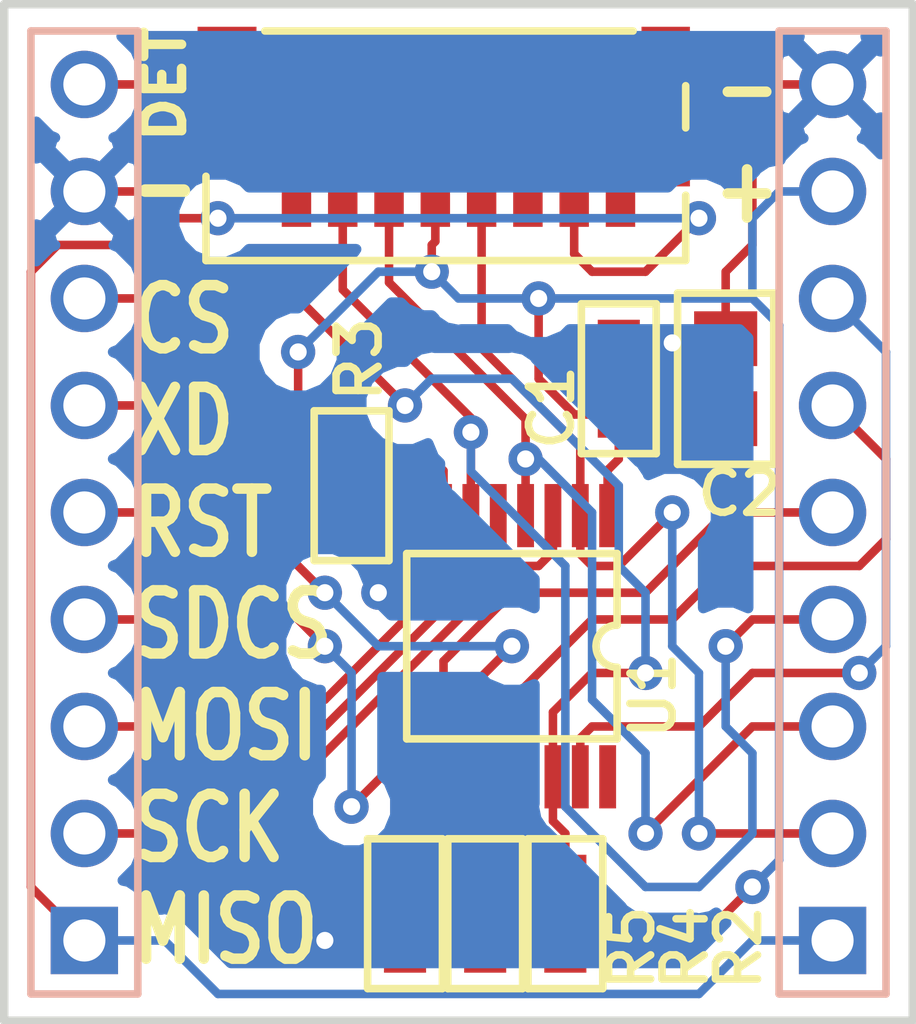
<source format=kicad_pcb>
(kicad_pcb (version 20171130) (host pcbnew 5.0.0-fee4fd1~65~ubuntu17.10.1)

  (general
    (thickness 1.6)
    (drawings 8)
    (tracks 200)
    (zones 0)
    (modules 10)
    (nets 19)
  )

  (page A4)
  (layers
    (0 F.Cu signal)
    (31 B.Cu signal)
    (32 B.Adhes user)
    (33 F.Adhes user)
    (34 B.Paste user)
    (35 F.Paste user)
    (36 B.SilkS user)
    (37 F.SilkS user)
    (38 B.Mask user)
    (39 F.Mask user)
    (40 Dwgs.User user)
    (41 Cmts.User user)
    (42 Eco1.User user)
    (43 Eco2.User user)
    (44 Edge.Cuts user)
    (45 Margin user)
    (46 B.CrtYd user)
    (47 F.CrtYd user)
    (48 B.Fab user)
    (49 F.Fab user)
  )

  (setup
    (last_trace_width 0.2032)
    (trace_clearance 0.2032)
    (zone_clearance 0.508)
    (zone_45_only no)
    (trace_min 0.2032)
    (segment_width 0.2)
    (edge_width 0.15)
    (via_size 0.8128)
    (via_drill 0.4064)
    (via_min_size 0.8128)
    (via_min_drill 0.4064)
    (uvia_size 0.8128)
    (uvia_drill 0.4064)
    (uvias_allowed no)
    (uvia_min_size 0.2)
    (uvia_min_drill 0.1)
    (pcb_text_width 0.3)
    (pcb_text_size 1.5 1.5)
    (mod_edge_width 0.15)
    (mod_text_size 1 1)
    (mod_text_width 0.15)
    (pad_size 1.524 1.524)
    (pad_drill 0.762)
    (pad_to_mask_clearance 0.2)
    (aux_axis_origin 0 0)
    (visible_elements FFFFFF7F)
    (pcbplotparams
      (layerselection 0x010fc_ffffffff)
      (usegerberextensions false)
      (usegerberattributes false)
      (usegerberadvancedattributes false)
      (creategerberjobfile false)
      (excludeedgelayer true)
      (linewidth 0.150000)
      (plotframeref false)
      (viasonmask false)
      (mode 1)
      (useauxorigin false)
      (hpglpennumber 1)
      (hpglpenspeed 20)
      (hpglpendiameter 15.000000)
      (psnegative false)
      (psa4output false)
      (plotreference true)
      (plotvalue true)
      (plotinvisibletext false)
      (padsonsilk false)
      (subtractmaskfromsilk false)
      (outputformat 1)
      (mirror false)
      (drillshape 1)
      (scaleselection 1)
      (outputdirectory ""))
  )

  (net 0 "")
  (net 1 DVDD)
  (net 2 GND)
  (net 3 /SCK)
  (net 4 /MOSI)
  (net 5 /SDCS)
  (net 6 /CRST)
  (net 7 /XDCS)
  (net 8 /CCS)
  (net 9 /MISO)
  (net 10 /SD_DET)
  (net 11 "Net-(J2-Pad8)")
  (net 12 /CSCK_3V3)
  (net 13 /CMOSI_3V3)
  (net 14 /SDCS_3V3)
  (net 15 "Net-(J2-Pad1)")
  (net 16 /CCS_3V3)
  (net 17 /XDCS_3V3)
  (net 18 /CRST_3V3)

  (net_class Default "This is the default net class."
    (clearance 0.2032)
    (trace_width 0.2032)
    (via_dia 0.8128)
    (via_drill 0.4064)
    (uvia_dia 0.8128)
    (uvia_drill 0.4064)
    (diff_pair_gap 0.2032)
    (diff_pair_width 0.2032)
    (add_net /CCS)
    (add_net /CCS_3V3)
    (add_net /CMOSI_3V3)
    (add_net /CRST)
    (add_net /CRST_3V3)
    (add_net /CSCK_3V3)
    (add_net /MISO)
    (add_net /MOSI)
    (add_net /SCK)
    (add_net /SDCS)
    (add_net /SDCS_3V3)
    (add_net /SD_DET)
    (add_net /XDCS)
    (add_net /XDCS_3V3)
    (add_net DVDD)
    (add_net GND)
    (add_net "Net-(J2-Pad1)")
    (add_net "Net-(J2-Pad8)")
  )

  (net_class Power ""
    (clearance 0.254)
    (trace_width 0.254)
    (via_dia 1.016)
    (via_drill 0.508)
    (uvia_dia 1.016)
    (uvia_drill 0.508)
    (diff_pair_gap 0.254)
    (diff_pair_width 0.254)
  )

  (module smt:C-0603 (layer F.Cu) (tedit 54F14543) (tstamp 5B98CCBC)
    (at 135.255 97.155 270)
    (descr "0603 (1608 metric)")
    (tags "smt 0603")
    (path /5C52EB14)
    (fp_text reference C1 (at 1.778 1.016 270) (layer F.SilkS)
      (effects (font (size 1 1) (thickness 0.18)) (justify left bottom))
    )
    (fp_text value 100nF (at 0 2.032 270) (layer F.SilkS) hide
      (effects (font (size 1 1) (thickness 0.18)))
    )
    (fp_line (start -1.778 0.889) (end -1.778 -0.889) (layer F.SilkS) (width 0.18))
    (fp_line (start 1.778 0.889) (end -1.778 0.889) (layer F.SilkS) (width 0.18))
    (fp_line (start 1.778 -0.889) (end 1.778 0.889) (layer F.SilkS) (width 0.18))
    (fp_line (start -1.778 -0.889) (end 1.778 -0.889) (layer F.SilkS) (width 0.18))
    (fp_line (start -1.778 0.889) (end -1.778 -0.889) (layer F.CrtYd) (width 0.05))
    (fp_line (start 1.778 0.889) (end -1.778 0.889) (layer F.CrtYd) (width 0.05))
    (fp_line (start 1.778 -0.889) (end 1.778 0.889) (layer F.CrtYd) (width 0.05))
    (fp_line (start -1.778 -0.889) (end 1.778 -0.889) (layer F.CrtYd) (width 0.05))
    (fp_line (start -0.762 0.381) (end -0.762 -0.381) (layer Dwgs.User) (width 0.05))
    (fp_line (start 0.762 0.381) (end -0.762 0.381) (layer Dwgs.User) (width 0.05))
    (fp_line (start 0.762 -0.381) (end 0.762 0.381) (layer Dwgs.User) (width 0.05))
    (fp_line (start -0.762 -0.381) (end 0.762 -0.381) (layer Dwgs.User) (width 0.05))
    (pad 2 smd rect (at 0.85 0 270) (size 1.1 1) (layers F.Cu F.Paste F.Mask)
      (net 1 DVDD))
    (pad 1 smd rect (at -0.85 0 270) (size 1.1 1) (layers F.Cu F.Paste F.Mask)
      (net 2 GND))
    (model smt.pretty/C-0603.wrl
      (at (xyz 0 0 0))
      (scale (xyz 1 1 0.8))
      (rotate (xyz 0 0 0))
    )
  )

  (module smt:C-0805 (layer F.Cu) (tedit 54F143BB) (tstamp 5B98DD02)
    (at 137.795 97.155 270)
    (descr "0805 (2012 metric)")
    (tags "smt 0805")
    (path /5B863154)
    (fp_text reference C2 (at 3.302 0.762) (layer F.SilkS)
      (effects (font (size 1 1) (thickness 0.18)) (justify left bottom))
    )
    (fp_text value 10uF (at -0.127 2.159 270) (layer F.SilkS) hide
      (effects (font (size 1 1) (thickness 0.18)))
    )
    (fp_line (start -1.016 -0.635) (end 1.016 -0.635) (layer Dwgs.User) (width 0.05))
    (fp_line (start 1.016 -0.635) (end 1.016 0.635) (layer Dwgs.User) (width 0.05))
    (fp_line (start 1.016 0.635) (end -1.016 0.635) (layer Dwgs.User) (width 0.05))
    (fp_line (start -1.016 0.635) (end -1.016 -0.635) (layer Dwgs.User) (width 0.05))
    (fp_line (start -2.032 -1.143) (end 2.032 -1.143) (layer F.CrtYd) (width 0.05))
    (fp_line (start 2.032 -1.143) (end 2.032 1.143) (layer F.CrtYd) (width 0.05))
    (fp_line (start 2.032 1.143) (end -2.032 1.143) (layer F.CrtYd) (width 0.05))
    (fp_line (start -2.032 1.143) (end -2.032 -1.143) (layer F.CrtYd) (width 0.05))
    (fp_line (start -2.032 1.143) (end 2.032 1.143) (layer F.SilkS) (width 0.18))
    (fp_line (start 2.032 1.143) (end 2.032 -1.143) (layer F.SilkS) (width 0.18))
    (fp_line (start 2.032 -1.143) (end -2.032 -1.143) (layer F.SilkS) (width 0.18))
    (fp_line (start -2.032 -1.143) (end -2.032 1.143) (layer F.SilkS) (width 0.18))
    (pad 1 smd rect (at -0.95 0 270) (size 1.3 1.5) (layers F.Cu F.Paste F.Mask)
      (net 2 GND))
    (pad 2 smd rect (at 0.95 0 270) (size 1.3 1.5) (layers F.Cu F.Paste F.Mask)
      (net 1 DVDD))
    (model smt.pretty/C-0805.wrl
      (at (xyz 0 0 0))
      (scale (xyz 1 1 0.8))
      (rotate (xyz 0 0 0))
    )
  )

  (module conn-header:HDR-M-1x09 (layer B.Cu) (tedit 5B98B673) (tstamp 5B98CCE3)
    (at 122.555 100.33 90)
    (descr "Header - 100mil pitch - Male - Single Row, Vertical, 9 pos.")
    (path /5BA294D7)
    (fp_text reference J1 (at -11.684 1.905 90) (layer B.SilkS) hide
      (effects (font (size 1 1) (thickness 0.18)) (justify left bottom mirror))
    )
    (fp_text value HEADER-1x09 (at 0 -2.667 90) (layer B.SilkS) hide
      (effects (font (size 1 1) (thickness 0.18)) (justify mirror))
    )
    (fp_line (start -11.938 1.778) (end 11.938 1.778) (layer B.CrtYd) (width 0.05))
    (fp_line (start 11.938 1.778) (end 11.938 -1.778) (layer B.CrtYd) (width 0.05))
    (fp_line (start 11.938 -1.778) (end -11.938 -1.778) (layer B.CrtYd) (width 0.05))
    (fp_line (start -11.938 -1.778) (end -11.938 1.778) (layer B.CrtYd) (width 0.05))
    (fp_line (start -11.43 1.27) (end 11.43 1.27) (layer B.SilkS) (width 0.18))
    (fp_line (start 11.43 1.27) (end 11.43 -1.27) (layer B.SilkS) (width 0.18))
    (fp_line (start 11.43 -1.27) (end -11.43 -1.27) (layer B.SilkS) (width 0.18))
    (fp_line (start -11.43 -1.27) (end -11.43 1.27) (layer B.SilkS) (width 0.18))
    (pad 1 thru_hole rect (at -10.16 0 90) (size 1.6 1.6) (drill 1) (layers *.Cu *.Mask)
      (net 9 /MISO))
    (pad 2 thru_hole circle (at -7.62 0 90) (size 1.6 1.6) (drill 1) (layers *.Cu *.Mask)
      (net 3 /SCK))
    (pad 3 thru_hole circle (at -5.08 0 90) (size 1.6 1.6) (drill 1) (layers *.Cu *.Mask)
      (net 4 /MOSI))
    (pad 4 thru_hole circle (at -2.54 0 90) (size 1.6 1.6) (drill 1) (layers *.Cu *.Mask)
      (net 5 /SDCS))
    (pad 5 thru_hole circle (at 0 0 90) (size 1.6 1.6) (drill 1) (layers *.Cu *.Mask)
      (net 6 /CRST))
    (pad 6 thru_hole circle (at 2.54 0 90) (size 1.6 1.6) (drill 1) (layers *.Cu *.Mask)
      (net 7 /XDCS))
    (pad 7 thru_hole circle (at 5.08 0 90) (size 1.6 1.6) (drill 1) (layers *.Cu *.Mask)
      (net 8 /CCS))
    (pad 8 thru_hole circle (at 7.62 0 90) (size 1.6 1.6) (drill 1) (layers *.Cu *.Mask)
      (net 2 GND))
    (pad 9 thru_hole circle (at 10.16 0 90) (size 1.6 1.6) (drill 1) (layers *.Cu *.Mask)
      (net 10 /SD_DET))
    (model conn-header.pretty/HDR-M-1x09.wrl
      (at (xyz 0 0 0))
      (scale (xyz 1 1 1))
      (rotate (xyz 0 0 0))
    )
  )

  (module conn-io:MOLEX-MICROSD-475710001 (layer F.Cu) (tedit 5B98B6AB) (tstamp 5B98D2A5)
    (at 131.445 88.9 180)
    (path /5B78F4FB)
    (solder_mask_margin 0.15)
    (fp_text reference J2 (at 0.889 -0.889 180) (layer F.SilkS) hide
      (effects (font (size 1 1) (thickness 0.15)))
    )
    (fp_text value Micro_SD (at 0 -1.5 180) (layer F.Fab)
      (effects (font (size 1 1) (thickness 0.15)))
    )
    (fp_line (start -5.4 -5.45) (end -5.4 -3.9) (layer F.SilkS) (width 0.18))
    (fp_line (start -5.4 -1.3) (end -5.4 -2.3) (layer F.SilkS) (width 0.18))
    (fp_line (start 6 -5.45) (end 6 -3.45) (layer F.SilkS) (width 0.18))
    (fp_line (start -5.4 -5.45) (end 6 -5.45) (layer F.SilkS) (width 0.18))
    (fp_line (start -4.15 0) (end 4.6 0) (layer F.SilkS) (width 0.18))
    (fp_line (start -5.9 -5.9) (end 6.5 -5.9) (layer F.CrtYd) (width 0.05))
    (fp_line (start 6.5 -5.9) (end 6.5 0.5) (layer F.CrtYd) (width 0.05))
    (fp_line (start 6.5 0.5) (end -5.9 0.5) (layer F.CrtYd) (width 0.05))
    (fp_line (start -5.9 0.5) (end -5.9 -5.9) (layer F.CrtYd) (width 0.05))
    (pad SH smd rect (at -4.925 -0.5 180) (size 1.15 1.2) (layers F.Cu F.Paste F.Mask)
      (net 2 GND))
    (pad SH smd rect (at -5 -3.09 180) (size 1 1.2) (layers F.Cu F.Paste F.Mask)
      (net 2 GND))
    (pad DT smd rect (at 5.5 -0.35 180) (size 1.4 0.9) (layers F.Cu F.Paste F.Mask)
      (net 10 /SD_DET))
    (pad DC smd rect (at 5.7 -1.5 180) (size 1 0.7) (layers F.Cu F.Paste F.Mask)
      (net 2 GND))
    (pad SH smd rect (at 5.5 -2.65 180) (size 1.4 1.2) (layers F.Cu F.Paste F.Mask)
      (net 2 GND))
    (pad 8 smd rect (at -3.85 -4.15 270) (size 1 0.7) (layers F.Cu F.Paste F.Mask)
      (net 11 "Net-(J2-Pad8)"))
    (pad 7 smd rect (at -2.75 -4.15 270) (size 1 0.7) (layers F.Cu F.Paste F.Mask)
      (net 9 /MISO))
    (pad 6 smd rect (at -1.65 -4.15 270) (size 1 0.7) (layers F.Cu F.Paste F.Mask)
      (net 2 GND))
    (pad 5 smd rect (at -0.55 -4.15 270) (size 1 0.7) (layers F.Cu F.Paste F.Mask)
      (net 12 /CSCK_3V3))
    (pad 4 smd rect (at 0.55 -4.15 270) (size 1 0.7) (layers F.Cu F.Paste F.Mask)
      (net 1 DVDD))
    (pad 3 smd rect (at 1.65 -4.15 270) (size 1 0.7) (layers F.Cu F.Paste F.Mask)
      (net 13 /CMOSI_3V3))
    (pad 2 smd rect (at 2.75 -4.15 270) (size 1 0.7) (layers F.Cu F.Paste F.Mask)
      (net 14 /SDCS_3V3))
    (pad 1 smd rect (at 3.85 -4.15 270) (size 1 0.7) (layers F.Cu F.Paste F.Mask)
      (net 15 "Net-(J2-Pad1)"))
    (model ${KISYS3DMOD}/conn-io.pretty/microsd_475710001.wrl
      (at (xyz 0 0 0))
      (scale (xyz 1 1 1))
      (rotate (xyz 0 0 0))
    )
  )

  (module conn-header:HDR-M-1x09 (layer B.Cu) (tedit 5B98B66F) (tstamp 5B98CD12)
    (at 140.335 100.33 90)
    (descr "Header - 100mil pitch - Male - Single Row, Vertical, 9 pos.")
    (path /5BA29559)
    (fp_text reference J3 (at -11.684 1.905 90) (layer B.SilkS) hide
      (effects (font (size 1 1) (thickness 0.18)) (justify left bottom mirror))
    )
    (fp_text value HEADER-1x09 (at 0 -2.667 90) (layer B.SilkS) hide
      (effects (font (size 1 1) (thickness 0.18)) (justify mirror))
    )
    (fp_line (start -11.43 -1.27) (end -11.43 1.27) (layer B.SilkS) (width 0.18))
    (fp_line (start 11.43 -1.27) (end -11.43 -1.27) (layer B.SilkS) (width 0.18))
    (fp_line (start 11.43 1.27) (end 11.43 -1.27) (layer B.SilkS) (width 0.18))
    (fp_line (start -11.43 1.27) (end 11.43 1.27) (layer B.SilkS) (width 0.18))
    (fp_line (start -11.938 -1.778) (end -11.938 1.778) (layer B.CrtYd) (width 0.05))
    (fp_line (start 11.938 -1.778) (end -11.938 -1.778) (layer B.CrtYd) (width 0.05))
    (fp_line (start 11.938 1.778) (end 11.938 -1.778) (layer B.CrtYd) (width 0.05))
    (fp_line (start -11.938 1.778) (end 11.938 1.778) (layer B.CrtYd) (width 0.05))
    (pad 9 thru_hole circle (at 10.16 0 90) (size 1.6 1.6) (drill 1) (layers *.Cu *.Mask)
      (net 2 GND))
    (pad 8 thru_hole circle (at 7.62 0 90) (size 1.6 1.6) (drill 1) (layers *.Cu *.Mask)
      (net 1 DVDD))
    (pad 7 thru_hole circle (at 5.08 0 90) (size 1.6 1.6) (drill 1) (layers *.Cu *.Mask)
      (net 16 /CCS_3V3))
    (pad 6 thru_hole circle (at 2.54 0 90) (size 1.6 1.6) (drill 1) (layers *.Cu *.Mask)
      (net 17 /XDCS_3V3))
    (pad 5 thru_hole circle (at 0 0 90) (size 1.6 1.6) (drill 1) (layers *.Cu *.Mask)
      (net 18 /CRST_3V3))
    (pad 4 thru_hole circle (at -2.54 0 90) (size 1.6 1.6) (drill 1) (layers *.Cu *.Mask)
      (net 14 /SDCS_3V3))
    (pad 3 thru_hole circle (at -5.08 0 90) (size 1.6 1.6) (drill 1) (layers *.Cu *.Mask)
      (net 13 /CMOSI_3V3))
    (pad 2 thru_hole circle (at -7.62 0 90) (size 1.6 1.6) (drill 1) (layers *.Cu *.Mask)
      (net 12 /CSCK_3V3))
    (pad 1 thru_hole rect (at -10.16 0 90) (size 1.6 1.6) (drill 1) (layers *.Cu *.Mask)
      (net 9 /MISO))
    (model conn-header.pretty/HDR-M-1x09.wrl
      (at (xyz 0 0 0))
      (scale (xyz 1 1 1))
      (rotate (xyz 0 0 0))
    )
  )

  (module smt:R-0603 (layer F.Cu) (tedit 54F147CB) (tstamp 5B98CD36)
    (at 133.985 109.855 90)
    (descr "0603 (1608 metric)")
    (tags "smt 0603")
    (path /5B93F15F)
    (fp_text reference R2 (at -1.905 4.699 90) (layer F.SilkS)
      (effects (font (size 1 1) (thickness 0.18)) (justify left bottom))
    )
    (fp_text value 100k (at 0 2.032 90) (layer F.SilkS) hide
      (effects (font (size 1 1) (thickness 0.18)))
    )
    (fp_line (start -0.762 -0.381) (end 0.762 -0.381) (layer Dwgs.User) (width 0.05))
    (fp_line (start 0.762 -0.381) (end 0.762 0.381) (layer Dwgs.User) (width 0.05))
    (fp_line (start 0.762 0.381) (end -0.762 0.381) (layer Dwgs.User) (width 0.05))
    (fp_line (start -0.762 0.381) (end -0.762 -0.381) (layer Dwgs.User) (width 0.05))
    (fp_line (start -1.778 -0.889) (end 1.778 -0.889) (layer F.CrtYd) (width 0.05))
    (fp_line (start 1.778 -0.889) (end 1.778 0.889) (layer F.CrtYd) (width 0.05))
    (fp_line (start 1.778 0.889) (end -1.778 0.889) (layer F.CrtYd) (width 0.05))
    (fp_line (start -1.778 0.889) (end -1.778 -0.889) (layer F.CrtYd) (width 0.05))
    (fp_line (start -1.778 -0.889) (end 1.778 -0.889) (layer F.SilkS) (width 0.18))
    (fp_line (start 1.778 -0.889) (end 1.778 0.889) (layer F.SilkS) (width 0.18))
    (fp_line (start 1.778 0.889) (end -1.778 0.889) (layer F.SilkS) (width 0.18))
    (fp_line (start -1.778 0.889) (end -1.778 -0.889) (layer F.SilkS) (width 0.18))
    (pad 1 smd rect (at -0.85 0 90) (size 1.1 1) (layers F.Cu F.Paste F.Mask)
      (net 1 DVDD))
    (pad 2 smd rect (at 0.85 0 90) (size 1.1 1) (layers F.Cu F.Paste F.Mask)
      (net 8 /CCS))
    (model smt.pretty/R-0603.wrl
      (at (xyz 0 0 0))
      (scale (xyz 1 1 1))
      (rotate (xyz 0 0 0))
    )
  )

  (module smt:R-0603 (layer F.Cu) (tedit 54F147CB) (tstamp 5B98CD48)
    (at 128.905 99.695 90)
    (descr "0603 (1608 metric)")
    (tags "smt 0603")
    (path /5B93F140)
    (fp_text reference R3 (at 1.905 0.762 270) (layer F.SilkS)
      (effects (font (size 1 1) (thickness 0.18)) (justify left bottom))
    )
    (fp_text value 100k (at 0 2.032 90) (layer F.SilkS) hide
      (effects (font (size 1 1) (thickness 0.18)))
    )
    (fp_line (start -0.762 -0.381) (end 0.762 -0.381) (layer Dwgs.User) (width 0.05))
    (fp_line (start 0.762 -0.381) (end 0.762 0.381) (layer Dwgs.User) (width 0.05))
    (fp_line (start 0.762 0.381) (end -0.762 0.381) (layer Dwgs.User) (width 0.05))
    (fp_line (start -0.762 0.381) (end -0.762 -0.381) (layer Dwgs.User) (width 0.05))
    (fp_line (start -1.778 -0.889) (end 1.778 -0.889) (layer F.CrtYd) (width 0.05))
    (fp_line (start 1.778 -0.889) (end 1.778 0.889) (layer F.CrtYd) (width 0.05))
    (fp_line (start 1.778 0.889) (end -1.778 0.889) (layer F.CrtYd) (width 0.05))
    (fp_line (start -1.778 0.889) (end -1.778 -0.889) (layer F.CrtYd) (width 0.05))
    (fp_line (start -1.778 -0.889) (end 1.778 -0.889) (layer F.SilkS) (width 0.18))
    (fp_line (start 1.778 -0.889) (end 1.778 0.889) (layer F.SilkS) (width 0.18))
    (fp_line (start 1.778 0.889) (end -1.778 0.889) (layer F.SilkS) (width 0.18))
    (fp_line (start -1.778 0.889) (end -1.778 -0.889) (layer F.SilkS) (width 0.18))
    (pad 1 smd rect (at -0.85 0 90) (size 1.1 1) (layers F.Cu F.Paste F.Mask)
      (net 1 DVDD))
    (pad 2 smd rect (at 0.85 0 90) (size 1.1 1) (layers F.Cu F.Paste F.Mask)
      (net 5 /SDCS))
    (model smt.pretty/R-0603.wrl
      (at (xyz 0 0 0))
      (scale (xyz 1 1 1))
      (rotate (xyz 0 0 0))
    )
  )

  (module smt:R-0603 (layer F.Cu) (tedit 54F147CB) (tstamp 5B98E894)
    (at 132.08 109.855 90)
    (descr "0603 (1608 metric)")
    (tags "smt 0603")
    (path /5B93F151)
    (fp_text reference R4 (at -1.905 5.334 90) (layer F.SilkS)
      (effects (font (size 1 1) (thickness 0.18)) (justify left bottom))
    )
    (fp_text value 100k (at 0 2.032 90) (layer F.SilkS) hide
      (effects (font (size 1 1) (thickness 0.18)))
    )
    (fp_line (start -1.778 0.889) (end -1.778 -0.889) (layer F.SilkS) (width 0.18))
    (fp_line (start 1.778 0.889) (end -1.778 0.889) (layer F.SilkS) (width 0.18))
    (fp_line (start 1.778 -0.889) (end 1.778 0.889) (layer F.SilkS) (width 0.18))
    (fp_line (start -1.778 -0.889) (end 1.778 -0.889) (layer F.SilkS) (width 0.18))
    (fp_line (start -1.778 0.889) (end -1.778 -0.889) (layer F.CrtYd) (width 0.05))
    (fp_line (start 1.778 0.889) (end -1.778 0.889) (layer F.CrtYd) (width 0.05))
    (fp_line (start 1.778 -0.889) (end 1.778 0.889) (layer F.CrtYd) (width 0.05))
    (fp_line (start -1.778 -0.889) (end 1.778 -0.889) (layer F.CrtYd) (width 0.05))
    (fp_line (start -0.762 0.381) (end -0.762 -0.381) (layer Dwgs.User) (width 0.05))
    (fp_line (start 0.762 0.381) (end -0.762 0.381) (layer Dwgs.User) (width 0.05))
    (fp_line (start 0.762 -0.381) (end 0.762 0.381) (layer Dwgs.User) (width 0.05))
    (fp_line (start -0.762 -0.381) (end 0.762 -0.381) (layer Dwgs.User) (width 0.05))
    (pad 2 smd rect (at 0.85 0 90) (size 1.1 1) (layers F.Cu F.Paste F.Mask)
      (net 7 /XDCS))
    (pad 1 smd rect (at -0.85 0 90) (size 1.1 1) (layers F.Cu F.Paste F.Mask)
      (net 1 DVDD))
    (model smt.pretty/R-0603.wrl
      (at (xyz 0 0 0))
      (scale (xyz 1 1 1))
      (rotate (xyz 0 0 0))
    )
  )

  (module smt:R-0603 (layer F.Cu) (tedit 54F147CB) (tstamp 5B98CD6C)
    (at 130.175 109.855 90)
    (descr "0603 (1608 metric)")
    (tags "smt 0603")
    (path /5B94C048)
    (fp_text reference R5 (at -1.905 5.969 90) (layer F.SilkS)
      (effects (font (size 1 1) (thickness 0.18)) (justify left bottom))
    )
    (fp_text value 100k (at 0 2.032 90) (layer F.SilkS) hide
      (effects (font (size 1 1) (thickness 0.18)))
    )
    (fp_line (start -1.778 0.889) (end -1.778 -0.889) (layer F.SilkS) (width 0.18))
    (fp_line (start 1.778 0.889) (end -1.778 0.889) (layer F.SilkS) (width 0.18))
    (fp_line (start 1.778 -0.889) (end 1.778 0.889) (layer F.SilkS) (width 0.18))
    (fp_line (start -1.778 -0.889) (end 1.778 -0.889) (layer F.SilkS) (width 0.18))
    (fp_line (start -1.778 0.889) (end -1.778 -0.889) (layer F.CrtYd) (width 0.05))
    (fp_line (start 1.778 0.889) (end -1.778 0.889) (layer F.CrtYd) (width 0.05))
    (fp_line (start 1.778 -0.889) (end 1.778 0.889) (layer F.CrtYd) (width 0.05))
    (fp_line (start -1.778 -0.889) (end 1.778 -0.889) (layer F.CrtYd) (width 0.05))
    (fp_line (start -0.762 0.381) (end -0.762 -0.381) (layer Dwgs.User) (width 0.05))
    (fp_line (start 0.762 0.381) (end -0.762 0.381) (layer Dwgs.User) (width 0.05))
    (fp_line (start 0.762 -0.381) (end 0.762 0.381) (layer Dwgs.User) (width 0.05))
    (fp_line (start -0.762 -0.381) (end 0.762 -0.381) (layer Dwgs.User) (width 0.05))
    (pad 2 smd rect (at 0.85 0 90) (size 1.1 1) (layers F.Cu F.Paste F.Mask)
      (net 6 /CRST))
    (pad 1 smd rect (at -0.85 0 90) (size 1.1 1) (layers F.Cu F.Paste F.Mask)
      (net 2 GND))
    (model smt.pretty/R-0603.wrl
      (at (xyz 0 0 0))
      (scale (xyz 1 1 1))
      (rotate (xyz 0 0 0))
    )
  )

  (module smt-sop:TSSOP16 (layer F.Cu) (tedit 5B89BC64) (tstamp 5B98CD8B)
    (at 132.715 103.505 180)
    (descr "TSSOP - 16 Pins (JEDEC MO-153)")
    (tags TSSOP)
    (path /5B7F3066)
    (clearance 0.254)
    (fp_text reference U1 (at -3.937 -2.286 270) (layer F.SilkS)
      (effects (font (size 1 1) (thickness 0.18)) (justify left bottom))
    )
    (fp_text value 74HC4050DB (at 3.7 0 270) (layer F.SilkS) hide
      (effects (font (size 1 1) (thickness 0.18)))
    )
    (fp_line (start -2.8 -4.2) (end 2.8 -4.2) (layer F.CrtYd) (width 0.05))
    (fp_line (start 2.8 -4.2) (end 2.8 4.2) (layer F.CrtYd) (width 0.05))
    (fp_line (start 2.8 4.2) (end -2.8 4.2) (layer F.CrtYd) (width 0.05))
    (fp_line (start -2.8 4.2) (end -2.8 -4.2) (layer F.CrtYd) (width 0.05))
    (fp_line (start -2.5 0.5) (end -2.5 2.2) (layer F.SilkS) (width 0.18))
    (fp_line (start -2.5 -0.5) (end -2.5 -2.2) (layer F.SilkS) (width 0.18))
    (fp_arc (start -2.5 0) (end -2 0) (angle 90) (layer F.SilkS) (width 0.18))
    (fp_arc (start -2.5 0) (end -2.5 -0.5) (angle 90) (layer F.SilkS) (width 0.18))
    (fp_line (start -2.5 -2.2) (end 2.5 -2.2) (layer F.SilkS) (width 0.18))
    (fp_line (start 2.5 -2.2) (end 2.5 2.2) (layer F.SilkS) (width 0.18))
    (fp_line (start 2.5 2.2) (end -2.5 2.2) (layer F.SilkS) (width 0.18))
    (pad 16 smd rect (at -2.275 -3.1 180) (size 0.4 1.5) (layers F.Cu F.Paste F.Mask)
      (solder_mask_margin 0.08) (clearance 0.25))
    (pad 15 smd rect (at -1.625 -3.1 180) (size 0.4 1.5) (layers F.Cu F.Paste F.Mask)
      (net 16 /CCS_3V3) (solder_mask_margin 0.08) (clearance 0.25))
    (pad 14 smd rect (at -0.975 -3.1 180) (size 0.4 1.5) (layers F.Cu F.Paste F.Mask)
      (net 8 /CCS) (solder_mask_margin 0.08) (clearance 0.25))
    (pad 13 smd rect (at -0.325 -3.1 180) (size 0.4 1.5) (layers F.Cu F.Paste F.Mask)
      (solder_mask_margin 0.08) (clearance 0.25))
    (pad 12 smd rect (at 0.325 -3.1 180) (size 0.4 1.5) (layers F.Cu F.Paste F.Mask)
      (net 17 /XDCS_3V3) (solder_mask_margin 0.08) (clearance 0.25))
    (pad 11 smd rect (at 0.975 -3.1 180) (size 0.4 1.5) (layers F.Cu F.Paste F.Mask)
      (net 7 /XDCS) (solder_mask_margin 0.08) (clearance 0.25))
    (pad 10 smd rect (at 1.625 -3.1 180) (size 0.4 1.5) (layers F.Cu F.Paste F.Mask)
      (net 18 /CRST_3V3) (solder_mask_margin 0.08) (clearance 0.25))
    (pad 9 smd rect (at 2.275 -3.1 180) (size 0.4 1.5) (layers F.Cu F.Paste F.Mask)
      (net 6 /CRST) (solder_mask_margin 0.08) (clearance 0.25))
    (pad 1 smd rect (at -2.275 3.1 180) (size 0.4 1.5) (layers F.Cu F.Paste F.Mask)
      (net 1 DVDD) (solder_mask_margin 0.08) (clearance 0.25))
    (pad 2 smd rect (at -1.625 3.1 180) (size 0.4 1.5) (layers F.Cu F.Paste F.Mask)
      (net 12 /CSCK_3V3) (solder_mask_margin 0.08) (clearance 0.25))
    (pad 3 smd rect (at -0.975 3.1 180) (size 0.4 1.5) (layers F.Cu F.Paste F.Mask)
      (net 3 /SCK) (solder_mask_margin 0.08) (clearance 0.25))
    (pad 4 smd rect (at -0.325 3.1 180) (size 0.4 1.5) (layers F.Cu F.Paste F.Mask)
      (net 13 /CMOSI_3V3) (solder_mask_margin 0.08) (clearance 0.25))
    (pad 5 smd rect (at 0.325 3.1 180) (size 0.4 1.5) (layers F.Cu F.Paste F.Mask)
      (net 4 /MOSI) (solder_mask_margin 0.08) (clearance 0.25))
    (pad 6 smd rect (at 0.975 3.1 180) (size 0.4 1.5) (layers F.Cu F.Paste F.Mask)
      (net 14 /SDCS_3V3) (solder_mask_margin 0.08) (clearance 0.25))
    (pad 7 smd rect (at 1.625 3.1 180) (size 0.4 1.5) (layers F.Cu F.Paste F.Mask)
      (net 5 /SDCS) (solder_mask_margin 0.08) (clearance 0.25))
    (pad 8 smd rect (at 2.275 3.1 180) (size 0.4 1.5) (layers F.Cu F.Paste F.Mask)
      (net 2 GND) (solder_mask_margin 0.08) (clearance 0.25))
    (model ${KISYS3DMOD}/smt-sop.pretty/TSSOP16.wrl
      (at (xyz 0 0 0))
      (scale (xyz 1 1 1))
      (rotate (xyz 0 0 -90))
    )
  )

  (gr_text DET (at 124.46 90.17 90) (layer F.SilkS)
    (effects (font (size 0.9 1) (thickness 0.225)))
  )
  (gr_text - (at 124.46 92.583) (layer F.SilkS)
    (effects (font (size 1.5 1.2) (thickness 0.3)))
  )
  (gr_text "-\n+" (at 138.303 91.44) (layer F.SilkS)
    (effects (font (size 1.5 1.2) (thickness 0.25)))
  )
  (gr_text "CS\nXD\nRST\nSDCS\nMOSI\nSCK\nMISO" (at 123.571 102.997) (layer F.SilkS)
    (effects (font (size 1.5 1.2) (thickness 0.25)) (justify left))
  )
  (gr_line (start 120.65 112.395) (end 120.65 88.265) (layer Edge.Cuts) (width 0.2))
  (gr_line (start 142.24 112.395) (end 120.65 112.395) (layer Edge.Cuts) (width 0.2))
  (gr_line (start 142.24 88.265) (end 142.24 112.395) (layer Edge.Cuts) (width 0.2))
  (gr_line (start 120.65 88.265) (end 142.24 88.265) (layer Edge.Cuts) (width 0.2))

  (segment (start 132.08 110.705) (end 133.985 110.705) (width 0.2032) (layer F.Cu) (net 1))
  (via (at 130.81 94.615) (size 0.8128) (drill 0.4064) (layers F.Cu B.Cu) (net 1))
  (segment (start 135.355 98.105) (end 135.255 98.005) (width 0.2032) (layer F.Cu) (net 1))
  (segment (start 137.795 98.105) (end 135.355 98.105) (width 0.2032) (layer F.Cu) (net 1))
  (segment (start 129.54 94.615) (end 130.81 94.615) (width 0.2032) (layer B.Cu) (net 1))
  (segment (start 127.635 96.52) (end 129.54 94.615) (width 0.2032) (layer B.Cu) (net 1))
  (segment (start 134.99 100.405) (end 134.99 99.325) (width 0.2032) (layer F.Cu) (net 1))
  (segment (start 135.255 99.06) (end 135.255 98.005) (width 0.2032) (layer F.Cu) (net 1))
  (segment (start 134.99 99.325) (end 135.255 99.06) (width 0.2032) (layer F.Cu) (net 1))
  (segment (start 128.905 100.545) (end 128.485 100.545) (width 0.2032) (layer F.Cu) (net 1))
  (via (at 127.635 96.52) (size 0.8128) (drill 0.4064) (layers F.Cu B.Cu) (net 1))
  (segment (start 128.485 100.545) (end 127.635 99.695) (width 0.2032) (layer F.Cu) (net 1))
  (segment (start 127.635 99.695) (end 127.635 96.52) (width 0.2032) (layer F.Cu) (net 1))
  (via (at 138.43 109.22) (size 0.8128) (drill 0.4064) (layers F.Cu B.Cu) (net 1))
  (segment (start 136.945 110.705) (end 133.985 110.705) (width 0.2032) (layer F.Cu) (net 1))
  (segment (start 138.43 109.22) (end 136.945 110.705) (width 0.2032) (layer F.Cu) (net 1))
  (segment (start 139.065 92.71) (end 140.335 92.71) (width 0.2032) (layer B.Cu) (net 1))
  (segment (start 138.43 93.345) (end 139.065 92.71) (width 0.2032) (layer B.Cu) (net 1))
  (segment (start 130.81 93.98) (end 130.81 94.615) (width 0.2032) (layer F.Cu) (net 1))
  (segment (start 130.895 93.895) (end 130.81 93.98) (width 0.2032) (layer F.Cu) (net 1))
  (segment (start 130.895 93.05) (end 130.895 93.895) (width 0.2032) (layer F.Cu) (net 1))
  (segment (start 134.2 98.005) (end 135.255 98.005) (width 0.2032) (layer F.Cu) (net 1))
  (segment (start 133.35 97.155) (end 134.2 98.005) (width 0.2032) (layer F.Cu) (net 1))
  (via (at 133.35 95.25) (size 0.8128) (drill 0.4064) (layers F.Cu B.Cu) (net 1))
  (segment (start 133.35 95.25) (end 133.35 97.155) (width 0.2032) (layer F.Cu) (net 1))
  (segment (start 133.35 95.25) (end 131.445 95.25) (width 0.2032) (layer B.Cu) (net 1))
  (segment (start 130.81 94.615) (end 131.445 95.25) (width 0.2032) (layer B.Cu) (net 1))
  (segment (start 133.35 95.25) (end 138.43 95.25) (width 0.2032) (layer B.Cu) (net 1))
  (segment (start 138.43 95.25) (end 138.43 93.345) (width 0.2032) (layer B.Cu) (net 1))
  (segment (start 138.43 109.22) (end 139.065 108.585) (width 0.2032) (layer B.Cu) (net 1))
  (segment (start 139.065 95.885) (end 138.43 95.25) (width 0.2032) (layer B.Cu) (net 1))
  (segment (start 139.065 108.585) (end 139.065 95.885) (width 0.2032) (layer B.Cu) (net 1))
  (via (at 129.54 102.235) (size 0.8128) (drill 0.4064) (layers F.Cu B.Cu) (net 2))
  (segment (start 130.44 101.97) (end 130.44 100.405) (width 0.2032) (layer F.Cu) (net 2))
  (segment (start 129.54 102.235) (end 130.175 102.235) (width 0.2032) (layer F.Cu) (net 2))
  (segment (start 130.175 102.235) (end 130.44 101.97) (width 0.2032) (layer F.Cu) (net 2))
  (segment (start 136.445 89.475) (end 136.37 89.4) (width 0.2032) (layer F.Cu) (net 2))
  (segment (start 136.445 91.99) (end 136.445 89.475) (width 0.2032) (layer F.Cu) (net 2))
  (segment (start 138.43 90.17) (end 140.335 90.17) (width 0.2032) (layer F.Cu) (net 2))
  (segment (start 136.37 89.4) (end 137.66 89.4) (width 0.2032) (layer F.Cu) (net 2))
  (segment (start 137.66 89.4) (end 138.43 90.17) (width 0.2032) (layer F.Cu) (net 2))
  (segment (start 130.175 110.705) (end 129.12 110.705) (width 0.2032) (layer F.Cu) (net 2))
  (via (at 128.27 110.49) (size 0.8128) (drill 0.4064) (layers F.Cu B.Cu) (net 2))
  (segment (start 129.12 110.705) (end 128.905 110.49) (width 0.2032) (layer F.Cu) (net 2))
  (segment (start 128.905 110.49) (end 128.27 110.49) (width 0.2032) (layer F.Cu) (net 2))
  (segment (start 125.745 91.35) (end 125.945 91.55) (width 0.2032) (layer F.Cu) (net 2))
  (segment (start 125.745 90.4) (end 125.745 91.35) (width 0.2032) (layer F.Cu) (net 2))
  (segment (start 124.985 91.55) (end 125.945 91.55) (width 0.2032) (layer F.Cu) (net 2))
  (segment (start 122.555 92.71) (end 123.825 92.71) (width 0.2032) (layer F.Cu) (net 2))
  (segment (start 123.825 92.71) (end 124.985 91.55) (width 0.2032) (layer F.Cu) (net 2))
  (segment (start 133.095 93.05) (end 133.095 92.33) (width 0.2032) (layer F.Cu) (net 2))
  (segment (start 133.435 91.99) (end 136.445 91.99) (width 0.2032) (layer F.Cu) (net 2))
  (segment (start 133.095 92.33) (end 133.435 91.99) (width 0.2032) (layer F.Cu) (net 2))
  (segment (start 137.695 96.305) (end 137.795 96.205) (width 0.2032) (layer F.Cu) (net 2))
  (segment (start 138.43 93.98) (end 138.43 90.17) (width 0.2032) (layer F.Cu) (net 2))
  (segment (start 137.795 96.205) (end 137.795 94.615) (width 0.2032) (layer F.Cu) (net 2))
  (segment (start 137.795 94.615) (end 138.43 93.98) (width 0.2032) (layer F.Cu) (net 2))
  (segment (start 136.525 96.305) (end 137.695 96.305) (width 0.2032) (layer F.Cu) (net 2))
  (via (at 136.525 96.305) (size 0.8128) (drill 0.4064) (layers F.Cu B.Cu) (net 2))
  (segment (start 135.255 96.305) (end 136.525 96.305) (width 0.2032) (layer F.Cu) (net 2))
  (segment (start 133.69 101.26) (end 133.69 100.405) (width 0.2032) (layer F.Cu) (net 3))
  (segment (start 133.35 101.6) (end 133.69 101.26) (width 0.2032) (layer F.Cu) (net 3))
  (segment (start 132.715 101.6) (end 133.35 101.6) (width 0.2032) (layer F.Cu) (net 3))
  (segment (start 122.555 107.95) (end 126.365 107.95) (width 0.2032) (layer F.Cu) (net 3))
  (segment (start 126.365 107.95) (end 132.715 101.6) (width 0.2032) (layer F.Cu) (net 3))
  (segment (start 132.39 101.29) (end 132.39 100.405) (width 0.2032) (layer F.Cu) (net 4))
  (segment (start 122.555 105.41) (end 128.27 105.41) (width 0.2032) (layer F.Cu) (net 4))
  (segment (start 128.27 105.41) (end 132.39 101.29) (width 0.2032) (layer F.Cu) (net 4))
  (segment (start 131.09 100.405) (end 131.09 99.34) (width 0.2032) (layer F.Cu) (net 5))
  (segment (start 130.595 98.845) (end 128.905 98.845) (width 0.2032) (layer F.Cu) (net 5))
  (segment (start 131.09 99.34) (end 130.595 98.845) (width 0.2032) (layer F.Cu) (net 5))
  (segment (start 128.27 104.775) (end 131.09 101.955) (width 0.2032) (layer F.Cu) (net 5))
  (segment (start 126.365 104.775) (end 128.27 104.775) (width 0.2032) (layer F.Cu) (net 5))
  (segment (start 131.09 101.955) (end 131.09 100.405) (width 0.2032) (layer F.Cu) (net 5))
  (segment (start 122.555 102.87) (end 124.46 102.87) (width 0.2032) (layer F.Cu) (net 5))
  (segment (start 124.46 102.87) (end 126.365 104.775) (width 0.2032) (layer F.Cu) (net 5))
  (segment (start 130.44 106.605) (end 130.44 107.685) (width 0.2032) (layer F.Cu) (net 6))
  (segment (start 130.175 107.95) (end 130.175 109.005) (width 0.2032) (layer F.Cu) (net 6))
  (segment (start 130.44 107.685) (end 130.175 107.95) (width 0.2032) (layer F.Cu) (net 6))
  (via (at 128.905 107.315) (size 0.8128) (drill 0.4064) (layers F.Cu B.Cu) (net 6))
  (segment (start 129.615 106.605) (end 130.44 106.605) (width 0.2032) (layer F.Cu) (net 6))
  (segment (start 128.905 107.315) (end 129.615 106.605) (width 0.2032) (layer F.Cu) (net 6))
  (segment (start 128.905 104.14) (end 128.905 107.315) (width 0.2032) (layer B.Cu) (net 6))
  (segment (start 128.27 103.505) (end 128.905 104.14) (width 0.2032) (layer B.Cu) (net 6))
  (segment (start 125.095 100.33) (end 122.555 100.33) (width 0.2032) (layer F.Cu) (net 6))
  (via (at 128.27 103.505) (size 0.8128) (drill 0.4064) (layers F.Cu B.Cu) (net 6))
  (segment (start 128.27 103.505) (end 125.095 100.33) (width 0.2032) (layer F.Cu) (net 6))
  (segment (start 131.74 106.605) (end 131.74 107.61) (width 0.2032) (layer F.Cu) (net 7))
  (segment (start 132.08 107.95) (end 132.08 109.005) (width 0.2032) (layer F.Cu) (net 7))
  (segment (start 131.74 107.61) (end 132.08 107.95) (width 0.2032) (layer F.Cu) (net 7))
  (via (at 128.27 102.235) (size 0.8128) (drill 0.4064) (layers F.Cu B.Cu) (net 7))
  (segment (start 122.555 97.79) (end 123.825 97.79) (width 0.2032) (layer F.Cu) (net 7))
  (segment (start 123.825 97.79) (end 128.27 102.235) (width 0.2032) (layer F.Cu) (net 7))
  (segment (start 129.54 103.505) (end 128.27 102.235) (width 0.2032) (layer B.Cu) (net 7))
  (via (at 132.715 103.505) (size 0.8128) (drill 0.4064) (layers F.Cu B.Cu) (net 7))
  (segment (start 132.715 103.505) (end 129.54 103.505) (width 0.2032) (layer B.Cu) (net 7))
  (segment (start 131.74 104.48) (end 131.74 106.605) (width 0.2032) (layer F.Cu) (net 7))
  (segment (start 132.715 103.505) (end 131.74 104.48) (width 0.2032) (layer F.Cu) (net 7))
  (segment (start 133.69 106.605) (end 133.69 107.655) (width 0.2032) (layer F.Cu) (net 8))
  (segment (start 133.985 107.95) (end 133.985 109.005) (width 0.2032) (layer F.Cu) (net 8))
  (segment (start 133.69 107.655) (end 133.985 107.95) (width 0.2032) (layer F.Cu) (net 8))
  (segment (start 130.175 97.79) (end 127.635 95.25) (width 0.2032) (layer F.Cu) (net 8))
  (via (at 130.175 97.79) (size 0.8128) (drill 0.4064) (layers F.Cu B.Cu) (net 8))
  (segment (start 127.635 95.25) (end 122.555 95.25) (width 0.2032) (layer F.Cu) (net 8))
  (segment (start 135.89 104.14) (end 134.62 104.14) (width 0.2032) (layer F.Cu) (net 8))
  (segment (start 134.62 104.14) (end 133.69 105.07) (width 0.2032) (layer F.Cu) (net 8))
  (segment (start 133.69 105.07) (end 133.69 106.605) (width 0.2032) (layer F.Cu) (net 8))
  (via (at 135.89 104.14) (size 0.8128) (drill 0.4064) (layers F.Cu B.Cu) (net 8))
  (segment (start 130.81 97.155) (end 130.175 97.79) (width 0.2032) (layer B.Cu) (net 8))
  (segment (start 132.715 97.155) (end 130.81 97.155) (width 0.2032) (layer B.Cu) (net 8))
  (segment (start 135.89 104.14) (end 135.89 102.235) (width 0.2032) (layer B.Cu) (net 8))
  (segment (start 135.255 99.695) (end 132.715 97.155) (width 0.2032) (layer B.Cu) (net 8))
  (segment (start 135.255 101.6) (end 135.255 99.695) (width 0.2032) (layer B.Cu) (net 8))
  (segment (start 135.89 102.235) (end 135.255 101.6) (width 0.2032) (layer B.Cu) (net 8))
  (via (at 125.73 93.345) (size 0.8128) (drill 0.4064) (layers F.Cu B.Cu) (net 9))
  (segment (start 125.73 93.345) (end 124.46 93.345) (width 0.2032) (layer F.Cu) (net 9))
  (segment (start 124.46 93.345) (end 123.825 93.98) (width 0.2032) (layer F.Cu) (net 9))
  (segment (start 123.825 93.98) (end 121.92 93.98) (width 0.2032) (layer F.Cu) (net 9))
  (segment (start 121.92 93.98) (end 121.285 94.615) (width 0.2032) (layer F.Cu) (net 9))
  (segment (start 121.285 109.22) (end 122.555 110.49) (width 0.2032) (layer F.Cu) (net 9))
  (segment (start 121.285 94.615) (end 121.285 109.22) (width 0.2032) (layer F.Cu) (net 9))
  (segment (start 138.43 110.49) (end 140.335 110.49) (width 0.2032) (layer B.Cu) (net 9))
  (segment (start 122.555 110.49) (end 124.46 110.49) (width 0.2032) (layer B.Cu) (net 9))
  (segment (start 137.16 111.76) (end 138.43 110.49) (width 0.2032) (layer B.Cu) (net 9))
  (segment (start 125.73 111.76) (end 137.16 111.76) (width 0.2032) (layer B.Cu) (net 9))
  (segment (start 124.46 110.49) (end 125.73 111.76) (width 0.2032) (layer B.Cu) (net 9))
  (segment (start 134.195 94.19) (end 134.195 93.05) (width 0.2032) (layer F.Cu) (net 9))
  (segment (start 134.62 94.615) (end 134.195 94.19) (width 0.2032) (layer F.Cu) (net 9))
  (via (at 137.16 93.345) (size 0.8128) (drill 0.4064) (layers F.Cu B.Cu) (net 9))
  (segment (start 137.16 93.345) (end 125.73 93.345) (width 0.2032) (layer B.Cu) (net 9))
  (segment (start 135.89 94.615) (end 134.62 94.615) (width 0.2032) (layer F.Cu) (net 9))
  (segment (start 137.16 93.345) (end 135.89 94.615) (width 0.2032) (layer F.Cu) (net 9))
  (segment (start 124.745 89.25) (end 125.945 89.25) (width 0.2032) (layer F.Cu) (net 10))
  (segment (start 122.555 90.17) (end 123.825 90.17) (width 0.2032) (layer F.Cu) (net 10))
  (segment (start 123.825 90.17) (end 124.745 89.25) (width 0.2032) (layer F.Cu) (net 10))
  (segment (start 134.34 100.405) (end 134.34 98.78) (width 0.2032) (layer F.Cu) (net 12))
  (segment (start 131.995 96.435) (end 131.995 93.05) (width 0.2032) (layer F.Cu) (net 12))
  (segment (start 134.34 98.78) (end 131.995 96.435) (width 0.2032) (layer F.Cu) (net 12))
  (segment (start 134.34 100.405) (end 134.34 101.32) (width 0.2032) (layer F.Cu) (net 12))
  (segment (start 134.34 101.32) (end 134.62 101.6) (width 0.2032) (layer F.Cu) (net 12))
  (segment (start 134.62 101.6) (end 135.255 101.6) (width 0.2032) (layer F.Cu) (net 12))
  (segment (start 135.255 101.6) (end 136.525 100.33) (width 0.2032) (layer F.Cu) (net 12))
  (via (at 136.525 100.33) (size 0.8128) (drill 0.4064) (layers F.Cu B.Cu) (net 12))
  (via (at 137.16 107.95) (size 0.8128) (drill 0.4064) (layers F.Cu B.Cu) (net 12))
  (segment (start 140.335 107.95) (end 137.16 107.95) (width 0.2032) (layer F.Cu) (net 12))
  (segment (start 136.525 103.505) (end 136.525 100.33) (width 0.2032) (layer B.Cu) (net 12))
  (segment (start 137.16 107.95) (end 137.16 104.14) (width 0.2032) (layer B.Cu) (net 12))
  (segment (start 137.16 104.14) (end 136.525 103.505) (width 0.2032) (layer B.Cu) (net 12))
  (segment (start 129.795 94.87) (end 129.795 93.05) (width 0.2032) (layer F.Cu) (net 13))
  (segment (start 133.04 98.115) (end 129.795 94.87) (width 0.2032) (layer F.Cu) (net 13))
  (via (at 133.04 99.06) (size 0.8128) (drill 0.4064) (layers F.Cu B.Cu) (net 13))
  (segment (start 133.04 100.405) (end 133.04 99.06) (width 0.2032) (layer F.Cu) (net 13))
  (segment (start 133.04 99.06) (end 133.04 98.115) (width 0.2032) (layer F.Cu) (net 13))
  (segment (start 138.43 105.41) (end 140.335 105.41) (width 0.2032) (layer F.Cu) (net 13))
  (via (at 135.89 107.95) (size 0.8128) (drill 0.4064) (layers F.Cu B.Cu) (net 13))
  (segment (start 135.89 107.95) (end 138.43 105.41) (width 0.2032) (layer F.Cu) (net 13))
  (segment (start 133.35 99.06) (end 133.04 99.06) (width 0.2032) (layer B.Cu) (net 13))
  (segment (start 134.62 100.33) (end 133.35 99.06) (width 0.2032) (layer B.Cu) (net 13))
  (segment (start 135.89 107.95) (end 135.89 106.045) (width 0.2032) (layer B.Cu) (net 13))
  (segment (start 134.62 104.775) (end 134.62 100.33) (width 0.2032) (layer B.Cu) (net 13))
  (segment (start 135.89 106.045) (end 134.62 104.775) (width 0.2032) (layer B.Cu) (net 13))
  (via (at 131.74 98.425) (size 0.8128) (drill 0.4064) (layers F.Cu B.Cu) (net 14))
  (segment (start 131.74 100.405) (end 131.74 98.425) (width 0.2032) (layer F.Cu) (net 14))
  (segment (start 128.695 95.04) (end 128.695 93.05) (width 0.2032) (layer F.Cu) (net 14))
  (segment (start 131.74 98.425) (end 131.74 98.085) (width 0.2032) (layer F.Cu) (net 14))
  (segment (start 131.74 98.085) (end 128.695 95.04) (width 0.2032) (layer F.Cu) (net 14))
  (segment (start 138.43 102.87) (end 140.335 102.87) (width 0.2032) (layer F.Cu) (net 14))
  (via (at 137.795 103.505) (size 0.8128) (drill 0.4064) (layers F.Cu B.Cu) (net 14))
  (segment (start 137.795 103.505) (end 138.43 102.87) (width 0.2032) (layer F.Cu) (net 14))
  (segment (start 131.74 99.355) (end 131.74 98.425) (width 0.2032) (layer B.Cu) (net 14))
  (segment (start 133.985 101.6) (end 131.74 99.355) (width 0.2032) (layer B.Cu) (net 14))
  (segment (start 133.985 107.315) (end 133.985 101.6) (width 0.2032) (layer B.Cu) (net 14))
  (segment (start 137.16 109.22) (end 135.89 109.22) (width 0.2032) (layer B.Cu) (net 14))
  (segment (start 137.795 105.41) (end 138.43 106.045) (width 0.2032) (layer B.Cu) (net 14))
  (segment (start 137.795 103.505) (end 137.795 105.41) (width 0.2032) (layer B.Cu) (net 14))
  (segment (start 135.89 109.22) (end 133.985 107.315) (width 0.2032) (layer B.Cu) (net 14))
  (segment (start 138.43 106.045) (end 138.43 107.95) (width 0.2032) (layer B.Cu) (net 14))
  (segment (start 138.43 107.95) (end 137.16 109.22) (width 0.2032) (layer B.Cu) (net 14))
  (segment (start 140.97 104.14) (end 141.605 103.505) (width 0.2032) (layer B.Cu) (net 16))
  (segment (start 141.605 103.505) (end 141.605 96.52) (width 0.2032) (layer B.Cu) (net 16))
  (segment (start 141.605 96.52) (end 140.335 95.25) (width 0.2032) (layer B.Cu) (net 16))
  (via (at 140.97 104.14) (size 0.8128) (drill 0.4064) (layers F.Cu B.Cu) (net 16))
  (segment (start 134.34 105.69) (end 134.34 106.605) (width 0.2032) (layer F.Cu) (net 16))
  (segment (start 134.62 105.41) (end 134.34 105.69) (width 0.2032) (layer F.Cu) (net 16))
  (segment (start 137.16 105.41) (end 134.62 105.41) (width 0.2032) (layer F.Cu) (net 16))
  (segment (start 140.97 104.14) (end 138.43 104.14) (width 0.2032) (layer F.Cu) (net 16))
  (segment (start 138.43 104.14) (end 137.16 105.41) (width 0.2032) (layer F.Cu) (net 16))
  (segment (start 141.605 99.06) (end 140.335 97.79) (width 0.2032) (layer F.Cu) (net 17))
  (segment (start 141.605 100.965) (end 141.605 99.06) (width 0.2032) (layer F.Cu) (net 17))
  (segment (start 132.39 105.1) (end 134.62 102.87) (width 0.2032) (layer F.Cu) (net 17))
  (segment (start 132.39 106.605) (end 132.39 105.1) (width 0.2032) (layer F.Cu) (net 17))
  (segment (start 134.62 102.87) (end 136.525 102.87) (width 0.2032) (layer F.Cu) (net 17))
  (segment (start 136.525 102.87) (end 137.795 101.6) (width 0.2032) (layer F.Cu) (net 17))
  (segment (start 137.795 101.6) (end 140.97 101.6) (width 0.2032) (layer F.Cu) (net 17))
  (segment (start 140.97 101.6) (end 141.605 100.965) (width 0.2032) (layer F.Cu) (net 17))
  (segment (start 137.795 100.33) (end 140.335 100.33) (width 0.2032) (layer F.Cu) (net 18))
  (segment (start 135.89 102.235) (end 137.795 100.33) (width 0.2032) (layer F.Cu) (net 18))
  (segment (start 132.715 102.235) (end 135.89 102.235) (width 0.2032) (layer F.Cu) (net 18))
  (segment (start 131.09 106.605) (end 131.09 103.86) (width 0.2032) (layer F.Cu) (net 18))
  (segment (start 131.09 103.86) (end 132.715 102.235) (width 0.2032) (layer F.Cu) (net 18))

  (zone (net 2) (net_name GND) (layer B.Cu) (tstamp 5B98F7F5) (hatch edge 0.508)
    (connect_pads (clearance 0.508))
    (min_thickness 0.254)
    (fill yes (arc_segments 16) (thermal_gap 0.508) (thermal_bridge_width 0.508))
    (polygon
      (pts
        (xy 121.285 88.9) (xy 141.605 88.9) (xy 141.605 111.76) (xy 121.285 111.76)
      )
    )
    (filled_polygon
      (pts
        (xy 139.506861 89.162255) (xy 140.335 89.990395) (xy 141.163139 89.162255) (xy 141.122399 89.027) (xy 141.478 89.027)
        (xy 141.478 89.382601) (xy 141.342745 89.341861) (xy 140.514605 90.17) (xy 141.342745 90.998139) (xy 141.478 90.957399)
        (xy 141.478 91.823604) (xy 141.147862 91.493466) (xy 141.034417 91.446475) (xy 141.089005 91.423864) (xy 141.163139 91.177745)
        (xy 140.335 90.349605) (xy 139.506861 91.177745) (xy 139.580995 91.423864) (xy 139.639448 91.444874) (xy 139.522138 91.493466)
        (xy 139.118466 91.897138) (xy 139.090734 91.96409) (xy 139.065 91.958971) (xy 138.992459 91.9734) (xy 138.992456 91.9734)
        (xy 138.777593 92.016139) (xy 138.595441 92.137849) (xy 138.595439 92.137851) (xy 138.533942 92.178942) (xy 138.49285 92.24044)
        (xy 138.010526 92.722764) (xy 137.749906 92.462144) (xy 137.367147 92.3036) (xy 136.952853 92.3036) (xy 136.570094 92.462144)
        (xy 136.423838 92.6084) (xy 126.466162 92.6084) (xy 126.319906 92.462144) (xy 125.937147 92.3036) (xy 125.522853 92.3036)
        (xy 125.140094 92.462144) (xy 124.847144 92.755094) (xy 124.6886 93.137853) (xy 124.6886 93.552147) (xy 124.847144 93.934906)
        (xy 125.140094 94.227856) (xy 125.522853 94.3864) (xy 125.937147 94.3864) (xy 126.319906 94.227856) (xy 126.466162 94.0816)
        (xy 129.012447 94.0816) (xy 129.008942 94.083942) (xy 128.96785 94.14544) (xy 127.634691 95.4786) (xy 127.427853 95.4786)
        (xy 127.045094 95.637144) (xy 126.752144 95.930094) (xy 126.5936 96.312853) (xy 126.5936 96.727147) (xy 126.752144 97.109906)
        (xy 127.045094 97.402856) (xy 127.427853 97.5614) (xy 127.842147 97.5614) (xy 128.224906 97.402856) (xy 128.517856 97.109906)
        (xy 128.6764 96.727147) (xy 128.6764 96.520309) (xy 129.84511 95.3516) (xy 130.073838 95.3516) (xy 130.220094 95.497856)
        (xy 130.602853 95.6564) (xy 130.80969 95.6564) (xy 130.87285 95.71956) (xy 130.913942 95.781058) (xy 130.975439 95.822149)
        (xy 130.975441 95.822151) (xy 131.136989 95.930094) (xy 131.157593 95.943861) (xy 131.372456 95.9866) (xy 131.372459 95.9866)
        (xy 131.445 96.001029) (xy 131.51754 95.9866) (xy 132.613838 95.9866) (xy 132.760094 96.132856) (xy 133.142853 96.2914)
        (xy 133.557147 96.2914) (xy 133.939906 96.132856) (xy 134.086162 95.9866) (xy 138.124891 95.9866) (xy 138.328401 96.190111)
        (xy 138.3284 102.598739) (xy 138.002147 102.4636) (xy 137.587853 102.4636) (xy 137.2616 102.598738) (xy 137.2616 101.066162)
        (xy 137.407856 100.919906) (xy 137.5664 100.537147) (xy 137.5664 100.122853) (xy 137.407856 99.740094) (xy 137.114906 99.447144)
        (xy 136.732147 99.2886) (xy 136.317853 99.2886) (xy 135.955081 99.438865) (xy 135.948861 99.407593) (xy 135.786058 99.163942)
        (xy 135.724558 99.122849) (xy 133.287151 96.685442) (xy 133.246058 96.623942) (xy 133.002407 96.461139) (xy 132.787544 96.4184)
        (xy 132.78754 96.4184) (xy 132.715 96.403971) (xy 132.64246 96.4184) (xy 130.88254 96.4184) (xy 130.81 96.403971)
        (xy 130.737459 96.4184) (xy 130.737456 96.4184) (xy 130.542642 96.457151) (xy 130.522593 96.461139) (xy 130.340441 96.582849)
        (xy 130.340439 96.582851) (xy 130.278942 96.623942) (xy 130.23785 96.68544) (xy 130.17469 96.7486) (xy 129.967853 96.7486)
        (xy 129.585094 96.907144) (xy 129.292144 97.200094) (xy 129.1336 97.582853) (xy 129.1336 97.997147) (xy 129.292144 98.379906)
        (xy 129.585094 98.672856) (xy 129.967853 98.8314) (xy 130.382147 98.8314) (xy 130.722703 98.690337) (xy 130.857144 99.014906)
        (xy 131.0034 99.161162) (xy 131.0034 99.282459) (xy 130.988971 99.355) (xy 131.0034 99.42754) (xy 131.0034 99.427543)
        (xy 131.021222 99.517138) (xy 131.046139 99.642406) (xy 131.081281 99.694999) (xy 131.208942 99.886058) (xy 131.270442 99.927151)
        (xy 133.248401 101.90511) (xy 133.248401 102.598739) (xy 132.922147 102.4636) (xy 132.507853 102.4636) (xy 132.125094 102.622144)
        (xy 131.978838 102.7684) (xy 129.84511 102.7684) (xy 129.3114 102.234691) (xy 129.3114 102.027853) (xy 129.152856 101.645094)
        (xy 128.859906 101.352144) (xy 128.477147 101.1936) (xy 128.062853 101.1936) (xy 127.680094 101.352144) (xy 127.387144 101.645094)
        (xy 127.2286 102.027853) (xy 127.2286 102.442147) (xy 127.387144 102.824906) (xy 127.432238 102.87) (xy 127.387144 102.915094)
        (xy 127.2286 103.297853) (xy 127.2286 103.712147) (xy 127.387144 104.094906) (xy 127.680094 104.387856) (xy 128.062853 104.5464)
        (xy 128.1684 104.5464) (xy 128.168401 106.578837) (xy 128.022144 106.725094) (xy 127.8636 107.107853) (xy 127.8636 107.522147)
        (xy 128.022144 107.904906) (xy 128.315094 108.197856) (xy 128.697853 108.3564) (xy 129.112147 108.3564) (xy 129.494906 108.197856)
        (xy 129.787856 107.904906) (xy 129.9464 107.522147) (xy 129.9464 107.107853) (xy 129.787856 106.725094) (xy 129.6416 106.578838)
        (xy 129.6416 104.2416) (xy 131.978838 104.2416) (xy 132.125094 104.387856) (xy 132.507853 104.5464) (xy 132.922147 104.5464)
        (xy 133.248401 104.411261) (xy 133.2484 107.24246) (xy 133.233971 107.315) (xy 133.2484 107.38754) (xy 133.2484 107.387543)
        (xy 133.291139 107.602406) (xy 133.453942 107.846058) (xy 133.515442 107.887151) (xy 135.31785 109.68956) (xy 135.358942 109.751058)
        (xy 135.420439 109.792149) (xy 135.420441 109.792151) (xy 135.602593 109.913861) (xy 135.817456 109.9566) (xy 135.817459 109.9566)
        (xy 135.89 109.971029) (xy 135.96254 109.9566) (xy 137.08746 109.9566) (xy 137.16 109.971029) (xy 137.23254 109.9566)
        (xy 137.232544 109.9566) (xy 137.447407 109.913861) (xy 137.569511 109.832273) (xy 137.807764 110.070526) (xy 136.854891 111.0234)
        (xy 126.03511 111.0234) (xy 125.032151 110.020442) (xy 124.991058 109.958942) (xy 124.747407 109.796139) (xy 124.532544 109.7534)
        (xy 124.53254 109.7534) (xy 124.46 109.738971) (xy 124.38746 109.7534) (xy 124.00244 109.7534) (xy 124.00244 109.69)
        (xy 123.953157 109.442235) (xy 123.812809 109.232191) (xy 123.602765 109.091843) (xy 123.469134 109.065262) (xy 123.771534 108.762862)
        (xy 123.99 108.235439) (xy 123.99 107.664561) (xy 123.771534 107.137138) (xy 123.367862 106.733466) (xy 123.238784 106.68)
        (xy 123.367862 106.626534) (xy 123.771534 106.222862) (xy 123.99 105.695439) (xy 123.99 105.124561) (xy 123.771534 104.597138)
        (xy 123.367862 104.193466) (xy 123.238784 104.14) (xy 123.367862 104.086534) (xy 123.771534 103.682862) (xy 123.99 103.155439)
        (xy 123.99 102.584561) (xy 123.771534 102.057138) (xy 123.367862 101.653466) (xy 123.238784 101.6) (xy 123.367862 101.546534)
        (xy 123.771534 101.142862) (xy 123.99 100.615439) (xy 123.99 100.044561) (xy 123.771534 99.517138) (xy 123.367862 99.113466)
        (xy 123.238784 99.06) (xy 123.367862 99.006534) (xy 123.771534 98.602862) (xy 123.99 98.075439) (xy 123.99 97.504561)
        (xy 123.771534 96.977138) (xy 123.367862 96.573466) (xy 123.238784 96.52) (xy 123.367862 96.466534) (xy 123.771534 96.062862)
        (xy 123.99 95.535439) (xy 123.99 94.964561) (xy 123.771534 94.437138) (xy 123.367862 94.033466) (xy 123.254417 93.986475)
        (xy 123.309005 93.963864) (xy 123.383139 93.717745) (xy 122.555 92.889605) (xy 121.726861 93.717745) (xy 121.800995 93.963864)
        (xy 121.859448 93.984874) (xy 121.742138 94.033466) (xy 121.412 94.363604) (xy 121.412 93.497399) (xy 121.547255 93.538139)
        (xy 122.375395 92.71) (xy 122.734605 92.71) (xy 123.562745 93.538139) (xy 123.808864 93.464005) (xy 124.001965 92.926777)
        (xy 123.974778 92.356546) (xy 123.808864 91.955995) (xy 123.562745 91.881861) (xy 122.734605 92.71) (xy 122.375395 92.71)
        (xy 121.547255 91.881861) (xy 121.412 91.922601) (xy 121.412 91.056396) (xy 121.742138 91.386534) (xy 121.855583 91.433525)
        (xy 121.800995 91.456136) (xy 121.726861 91.702255) (xy 122.555 92.530395) (xy 123.383139 91.702255) (xy 123.309005 91.456136)
        (xy 123.250552 91.435126) (xy 123.367862 91.386534) (xy 123.771534 90.982862) (xy 123.99 90.455439) (xy 123.99 89.953223)
        (xy 138.888035 89.953223) (xy 138.915222 90.523454) (xy 139.081136 90.924005) (xy 139.327255 90.998139) (xy 140.155395 90.17)
        (xy 139.327255 89.341861) (xy 139.081136 89.415995) (xy 138.888035 89.953223) (xy 123.99 89.953223) (xy 123.99 89.884561)
        (xy 123.771534 89.357138) (xy 123.441396 89.027) (xy 139.547601 89.027)
      )
    )
  )
)

</source>
